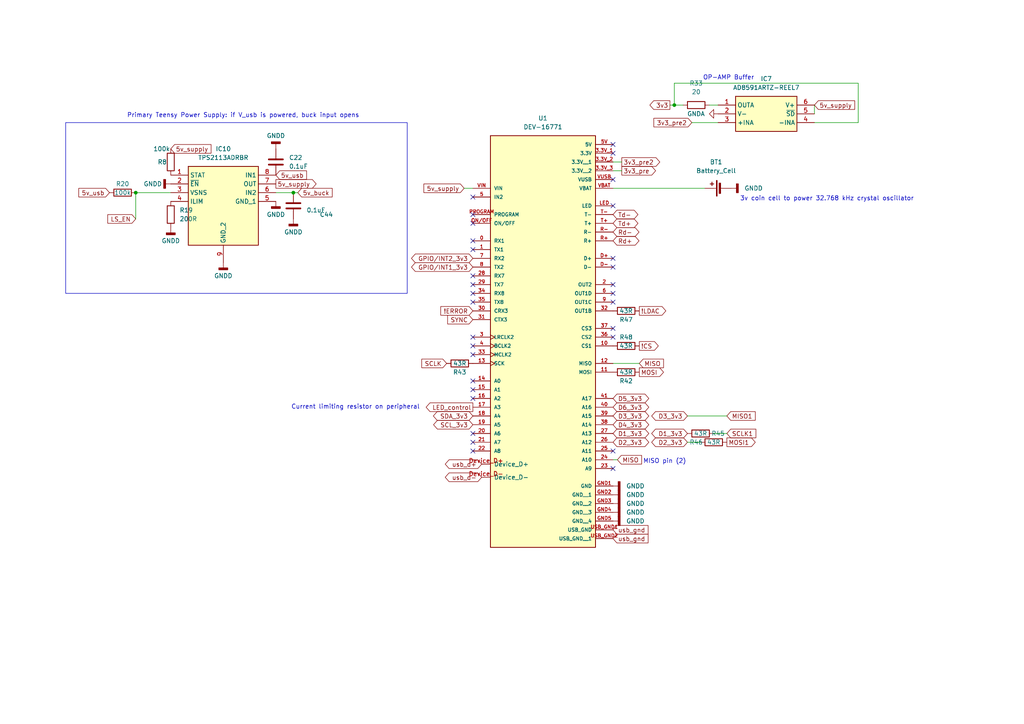
<source format=kicad_sch>
(kicad_sch (version 20231120) (generator "eeschema") (generator_version "8.0")
  (paper "A4")
  (lib_symbols
    (symbol "21xt_symbols:AD8591ARTZ-REEL7"
      (property "Reference" "IC" (at 24.13 7.62 0))
      (property "Value" "AD8591ARTZ-REEL7" (at 24.13 5.08 0))
      (symbol "AD8591ARTZ-REEL7_1_1"
        (rectangle (start 5.08 2.54) (end 22.86 -7.62) (stroke (width 0.254)) (fill (type background)))
        (pin passive line (at 0 0 0) (length 5.08) (name "OUTA") (number "1"))
        (pin passive line (at 0 -2.54 0) (length 5.08) (name "V-") (number "2"))
        (pin passive line (at 0 -5.08 0) (length 5.08) (name "+INA") (number "3"))
        (pin passive line (at 27.94 -5.08 180) (length 5.08) (name "-INA") (number "4"))
        (pin passive line (at 27.94 -2.54 180) (length 5.08) (name "~{SD}") (number "5"))
        (pin passive line (at 27.94 0 180) (length 5.08) (name "V+") (number "6"))
      )
    )
    (symbol "21xt_symbols:DEV-16771" (pin_names (offset 1.016))
      (property "Reference" "U1" (at 0 55.88 0))
      (property "Value" "DEV-16771" (at 0 53.34 0))
      (symbol "DEV-16771_0_0"
        (rectangle (start -15.24 50.8) (end 15.24 -68.58) (stroke (width 0.254)) (fill (type background)))
        (pin bidirectional line (at -20.32 20.32 0) (length 5.08) (name "RX1") (number "0"))
        (pin bidirectional line (at -20.32 17.78 0) (length 5.08) (name "TX1") (number "1"))
        (pin bidirectional line (at 20.32 -10.16 180) (length 5.08) (name "CS1") (number "10"))
        (pin bidirectional line (at 20.32 -17.78 180) (length 5.08) (name "MOSI") (number "11"))
        (pin bidirectional line (at 20.32 -15.24 180) (length 5.08) (name "MISO") (number "12"))
        (pin bidirectional clock (at -20.32 -15.24 0) (length 5.08) (name "SCK") (number "13"))
        (pin bidirectional line (at -20.32 -20.32 0) (length 5.08) (name "A0") (number "14"))
        (pin bidirectional line (at -20.32 -22.86 0) (length 5.08) (name "A1") (number "15"))
        (pin bidirectional line (at -20.32 -25.4 0) (length 5.08) (name "A2") (number "16"))
        (pin bidirectional line (at -20.32 -27.94 0) (length 5.08) (name "A3") (number "17"))
        (pin bidirectional line (at -20.32 -30.48 0) (length 5.08) (name "A4") (number "18"))
        (pin bidirectional line (at -20.32 -33.02 0) (length 5.08) (name "A5") (number "19"))
        (pin output line (at 20.32 7.62 180) (length 5.08) (name "OUT2") (number "2"))
        (pin bidirectional line (at -20.32 -35.56 0) (length 5.08) (name "A6") (number "20"))
        (pin bidirectional line (at -20.32 -38.1 0) (length 5.08) (name "A7") (number "21"))
        (pin bidirectional line (at -20.32 -40.64 0) (length 5.08) (name "A8") (number "22"))
        (pin bidirectional line (at 20.32 -45.72 180) (length 5.08) (name "A9") (number "23"))
        (pin bidirectional line (at 20.32 -43.18 180) (length 5.08) (name "A10") (number "24"))
        (pin bidirectional line (at 20.32 -40.64 180) (length 5.08) (name "A11") (number "25"))
        (pin bidirectional line (at 20.32 -38.1 180) (length 5.08) (name "A12") (number "26"))
        (pin bidirectional line (at 20.32 -35.56 180) (length 5.08) (name "A13") (number "27"))
        (pin bidirectional line (at -20.32 10.16 0) (length 5.08) (name "RX7") (number "28"))
        (pin bidirectional line (at -20.32 7.62 0) (length 5.08) (name "TX7") (number "29"))
        (pin bidirectional clock (at -20.32 -7.62 0) (length 5.08) (name "LRCLK2") (number "3"))
        (pin power_in line (at 20.32 45.72 180) (length 5.08) (name "3.3V") (number "3.3V_1"))
        (pin power_in line (at 20.32 43.18 180) (length 5.08) (name "3.3V__1") (number "3.3V_2"))
        (pin power_in line (at 20.32 40.64 180) (length 5.08) (name "3.3V__2") (number "3.3V_3"))
        (pin bidirectional line (at -20.32 0 0) (length 5.08) (name "CRX3") (number "30"))
        (pin bidirectional line (at -20.32 -2.54 0) (length 5.08) (name "CTX3") (number "31"))
        (pin output line (at 20.32 0 180) (length 5.08) (name "OUT1B") (number "32"))
        (pin bidirectional clock (at -20.32 -12.7 0) (length 5.08) (name "MCLK2") (number "33"))
        (pin bidirectional line (at -20.32 5.08 0) (length 5.08) (name "RX8") (number "34"))
        (pin bidirectional line (at -20.32 2.54 0) (length 5.08) (name "TX8") (number "35"))
        (pin bidirectional line (at 20.32 -7.62 180) (length 5.08) (name "CS2") (number "36"))
        (pin bidirectional line (at 20.32 -5.08 180) (length 5.08) (name "CS3") (number "37"))
        (pin bidirectional line (at 20.32 -33.02 180) (length 5.08) (name "A14") (number "38"))
        (pin bidirectional line (at 20.32 -30.48 180) (length 5.08) (name "A15") (number "39"))
        (pin bidirectional clock (at -20.32 -10.16 0) (length 5.08) (name "BCLK2") (number "4"))
        (pin bidirectional line (at 20.32 -27.94 180) (length 5.08) (name "A16") (number "40"))
        (pin bidirectional line (at 20.32 -25.4 180) (length 5.08) (name "A17") (number "41"))
        (pin bidirectional line (at -20.32 33.02 0) (length 5.08) (name "IN2") (number "5"))
        (pin power_in line (at 20.32 48.26 180) (length 5.08) (name "5V") (number "5V"))
        (pin output line (at 20.32 5.08 180) (length 5.08) (name "OUT1D") (number "6"))
        (pin bidirectional line (at -20.32 15.24 0) (length 5.08) (name "RX2") (number "7"))
        (pin bidirectional line (at -20.32 12.7 0) (length 5.08) (name "TX2") (number "8"))
        (pin output line (at 20.32 2.54 180) (length 5.08) (name "OUT1C") (number "9"))
        (pin bidirectional line (at 20.32 15.24 180) (length 5.08) (name "D+") (number "D+"))
        (pin bidirectional line (at 20.32 12.7 180) (length 5.08) (name "D-") (number "D-"))
        (pin power_in line (at 20.32 -50.8 180) (length 5.08) (name "GND") (number "GND1"))
        (pin power_in line (at 20.32 -53.34 180) (length 5.08) (name "GND__1") (number "GND2"))
        (pin power_in line (at 20.32 -55.88 180) (length 5.08) (name "GND__2") (number "GND3"))
        (pin power_in line (at 20.32 -58.42 180) (length 5.08) (name "GND__3") (number "GND4"))
        (pin power_in line (at 20.32 -60.96 180) (length 5.08) (name "GND__4") (number "GND5"))
        (pin bidirectional line (at 20.32 30.48 180) (length 5.08) (name "LED") (number "LED"))
        (pin bidirectional line (at -20.32 25.4 0) (length 5.08) (name "ON/OFF") (number "ON/OFF"))
        (pin bidirectional line (at -20.32 27.94 0) (length 5.08) (name "PROGRAM") (number "PROGRAM"))
        (pin bidirectional line (at 20.32 20.32 180) (length 5.08) (name "R+") (number "R+"))
        (pin bidirectional line (at 20.32 22.86 180) (length 5.08) (name "R-") (number "R-"))
        (pin bidirectional line (at 20.32 25.4 180) (length 5.08) (name "T+") (number "T+"))
        (pin bidirectional line (at 20.32 27.94 180) (length 5.08) (name "T-") (number "T-"))
        (pin power_in line (at 20.32 -63.5 180) (length 5.08) (name "USB_GND") (number "USB_GND1"))
        (pin power_in line (at 20.32 -66.04 180) (length 5.08) (name "USB_GND__1") (number "USB_GND2"))
        (pin passive line (at 20.32 35.56 180) (length 5.08) (name "VBAT") (number "VBAT"))
        (pin input line (at -20.32 35.56 0) (length 5.08) (name "VIN") (number "VIN"))
        (pin passive line (at 20.32 38.1 180) (length 5.08) (name "VUSB") (number "VUSB"))
      )
      (symbol "DEV-16771_1_1"
        (pin input line (at -17.78 -44.45 0) (length 2.54) (name "Device_D+") (number "Device_D+"))
        (pin input line (at -17.78 -48.26 0) (length 2.54) (name "Device_D-") (number "Device_D-"))
      )
    )
    (symbol "21xt_symbols:TPS2113ADRBR"
      (property "Reference" "IC" (at 26.67 7.62 0))
      (property "Value" "TPS2113ADRBR" (at 26.67 5.08 0))
      (symbol "TPS2113ADRBR_1_1"
        (rectangle (start 5.08 2.54) (end 25.4 -20.32) (stroke (width 0.254)) (fill (type background)))
        (pin passive line (at 0 0 0) (length 5.08) (name "STAT") (number "1"))
        (pin passive line (at 0 -2.54 0) (length 5.08) (name "~{EN}") (number "2"))
        (pin passive line (at 0 -5.08 0) (length 5.08) (name "VSNS") (number "3"))
        (pin passive line (at 0 -7.62 0) (length 5.08) (name "ILIM") (number "4"))
        (pin passive line (at 30.48 -7.62 180) (length 5.08) (name "GND_1") (number "5"))
        (pin passive line (at 30.48 -5.08 180) (length 5.08) (name "IN2") (number "6"))
        (pin passive line (at 30.48 -2.54 180) (length 5.08) (name "OUT") (number "7"))
        (pin passive line (at 30.48 0 180) (length 5.08) (name "IN1") (number "8"))
        (pin passive line (at 15.24 -25.4 90) (length 5.08) (name "GND_2") (number "9"))
      )
    )
    (symbol "Device:Battery_Cell" (pin_numbers hide) (pin_names (offset 0) hide)
      (property "Reference" "BT" (at 2.54 2.54 0))
      (property "Value" "Battery_Cell" (at 2.54 0 0))
      (symbol "Battery_Cell_0_1"
        (rectangle (start -2.286 1.778) (end 2.286 1.524) (fill (type outline)))
        (rectangle (start -1.524 1.016) (end 1.524 0.508) (fill (type outline)))
        (polyline (pts (xy 0 0.762) (xy 0 0)))
        (polyline (pts (xy 0 1.778) (xy 0 2.54)))
        (polyline (pts (xy 0.762 3.048) (xy 1.778 3.048)) (stroke (width 0.254)))
        (polyline (pts (xy 1.27 3.556) (xy 1.27 2.54)) (stroke (width 0.254)))
      )
      (symbol "Battery_Cell_1_1"
        (pin passive line (at 0 5.08 270) (length 2.54) (name "+") (number "1"))
        (pin passive line (at 0 -2.54 90) (length 2.54) (name "-") (number "2"))
      )
    )
    (symbol "Device:C" (pin_numbers hide) (pin_names (offset 0.254))
      (property "Reference" "C" (at 0.635 2.54 0))
      (property "Value" "C" (at 0.635 -2.54 0))
      (symbol "C_0_1"
        (polyline (pts (xy -2.032 -0.762) (xy 2.032 -0.762)) (stroke (width 0.508)))
        (polyline (pts (xy -2.032 0.762) (xy 2.032 0.762)) (stroke (width 0.508)))
      )
      (symbol "C_1_1"
        (pin passive line (at 0 3.81 270) (length 2.794) (name "~") (number "1"))
        (pin passive line (at 0 -3.81 90) (length 2.794) (name "~") (number "2"))
      )
    )
    (symbol "Device:R" (pin_numbers hide) (pin_names (offset 0))
      (property "Reference" "R" (at 2.032 0 90))
      (property "Value" "R" (at 0 0 90))
      (symbol "R_0_1"
        (rectangle (start -1.016 -2.54) (end 1.016 2.54) (stroke (width 0.254)))
      )
      (symbol "R_1_1"
        (pin passive line (at 0 3.81 270) (length 1.27) (name "~") (number "1"))
        (pin passive line (at 0 -3.81 90) (length 1.27) (name "~") (number "2"))
      )
    )
    (symbol "power:GNDA" (power) (pin_names (offset 0))
      (property "Value" "GNDA" (at 0 -3.81 0))
      (symbol "GNDA_0_1"
        (polyline (pts (xy 0 0) (xy 0 -1.27) (xy 1.27 -1.27) (xy 0 -2.54) (xy -1.27 -1.27) (xy 0 -1.27)))
      )
      (symbol "GNDA_1_1"
        (pin power_in line (at 0 0 270) (length 0) hide (name "GNDA") (number "1"))
      )
    )
    (symbol "power:GNDD" (power) (pin_names (offset 0))
      (property "Value" "GNDD" (at 0 -3.175 0))
      (symbol "GNDD_0_1"
        (rectangle (start -1.27 -1.524) (end 1.27 -2.032) (stroke (width 0.254)) (fill (type outline)))
        (polyline (pts (xy 0 0) (xy 0 -1.524)))
      )
      (symbol "GNDD_1_1"
        (pin power_in line (at 0 0 270) (length 0) hide (name "GNDD") (number "1"))
      )
    )
  )
  (junction (at 39.37 55.88))
  (junction (at 195.58 30.48))
  (junction (at 85.09 55.88))
  (no_connect (at 137.16 97.79))
  (no_connect (at 177.8 41.91))
  (no_connect (at 177.8 44.45))
  (no_connect (at 177.8 85.09))
  (no_connect (at 137.16 115.57))
  (no_connect (at 177.8 135.89))
  (no_connect (at 137.16 113.03))
  (no_connect (at 137.16 128.27))
  (no_connect (at 137.16 64.77))
  (no_connect (at 137.16 130.81))
  (no_connect (at 137.16 57.15))
  (no_connect (at 137.16 69.85))
  (no_connect (at 137.16 87.63))
  (no_connect (at 137.16 62.23))
  (no_connect (at 177.8 95.25))
  (no_connect (at 137.16 102.87))
  (no_connect (at 137.16 85.09))
  (no_connect (at 177.8 82.55))
  (no_connect (at 177.8 52.07))
  (no_connect (at 177.8 97.79))
  (no_connect (at 137.16 110.49))
  (no_connect (at 137.16 80.01))
  (no_connect (at 137.16 100.33))
  (no_connect (at 177.8 77.47))
  (no_connect (at 177.8 74.93))
  (no_connect (at 137.16 125.73))
  (no_connect (at 137.16 72.39))
  (no_connect (at 177.8 59.69))
  (no_connect (at 177.8 87.63))
  (no_connect (at 137.16 82.55))
  (no_connect (at 177.8 130.81))
  (wire (pts (xy 177.8 133.35) (xy 179.07 133.35)))
  (wire (pts (xy 203.2 128.27) (xy 199.39 128.27)))
  (wire (pts (xy 205.74 30.48) (xy 208.28 30.48)))
  (wire (pts (xy 86.36 55.88) (xy 85.09 55.88)))
  (wire (pts (xy 134.62 54.61) (xy 137.16 54.61)))
  (wire (pts (xy 248.92 35.56) (xy 248.92 24.13)))
  (wire (pts (xy 236.22 35.56) (xy 248.92 35.56)))
  (wire (pts (xy 236.22 30.48) (xy 236.22 33.02)))
  (wire (pts (xy 210.82 125.73) (xy 207.01 125.73)))
  (wire (pts (xy 180.34 49.53) (xy 177.8 49.53)))
  (wire (pts (xy 194.31 30.48) (xy 195.58 30.48)))
  (wire (pts (xy 85.09 55.88) (xy 80.01 55.88)))
  (wire (pts (xy 195.58 30.48) (xy 198.12 30.48)))
  (wire (pts (xy 39.37 55.88) (xy 39.37 63.5)))
  (wire (pts (xy 39.37 55.88) (xy 49.53 55.88)))
  (wire (pts (xy 195.58 24.13) (xy 195.58 30.48)))
  (wire (pts (xy 248.92 24.13) (xy 195.58 24.13)))
  (wire (pts (xy 177.8 46.99) (xy 180.34 46.99)))
  (wire (pts (xy 204.47 54.61) (xy 177.8 54.61)))
  (wire (pts (xy 199.39 120.65) (xy 210.82 120.65)))
  (wire (pts (xy 177.8 105.41) (xy 185.42 105.41)))
  (wire (pts (xy 200.66 35.56) (xy 208.28 35.56)))
  (rectangle (start 19.05 35.56) (end 118.11 85.09))
  (text "Primary Teensy Power Supply: if V_usb is powered, buck input opens" (at 36.83 34.29 0) (effects (font (size 1.27 1.27)) (justify left bottom)))
  (text "3v coin cell to power 32.768 kHz crystal oscillator" (at 214.63 58.42 0) (effects (font (size 1.27 1.27)) (justify left bottom)))
  (text "Current limiting resistor on peripheral" (at 103.124 118.11 0) (effects (font (size 1.27 1.27))))
  (text "MISO pin (2)" (at 192.786 133.858 0) (effects (font (size 1.27 1.27))))
  (text "i dont think these are the right connections for the usb grounding" (at 317.5 54.61 0) (effects (font (size 1.27 1.27)) (justify left bottom)))
  (text "OP-AMP Buffer" (at 211.328 22.606 0) (effects (font (size 1.27 1.27))))
  (global_label "5v_supply" (shape input) (at 134.62 54.61 180) (property "Intersheetrefs" "${INTERSHEET_REFS}" (effects (hide yes))))
  (global_label "D4_3v3" (shape bidirectional) (at 177.8 123.19 0) (property "Intersheetrefs" "${INTERSHEET_REFS}" (effects (hide yes))))
  (global_label "D2_3v3" (shape bidirectional) (at 199.39 128.27 180) (property "Intersheetrefs" "${INTERSHEET_REFS}" (effects (hide yes))))
  (global_label "MISO" (shape input) (at 185.42 105.41 0) (property "Intersheetrefs" "${INTERSHEET_REFS}" (effects (hide yes))))
  (global_label "GPIO{slash}INT1_3v3" (shape bidirectional) (at 137.16 77.47 180) (property "Intersheetrefs" "${INTERSHEET_REFS}" (effects (hide yes))))
  (global_label "SDA_3v3" (shape bidirectional) (at 137.16 120.65 180) (property "Intersheetrefs" "${INTERSHEET_REFS}" (effects (hide yes))))
  (global_label "3v3" (shape output) (at 194.31 30.48 180) (property "Intersheetrefs" "${INTERSHEET_REFS}" (effects (hide yes))))
  (global_label "LS_EN" (shape input) (at 39.37 63.5 180) (property "Intersheetrefs" "${INTERSHEET_REFS}" (effects (hide yes))))
  (global_label "MOSI" (shape output) (at 185.42 107.95 0) (property "Intersheetrefs" "${INTERSHEET_REFS}" (effects (hide yes))))
  (global_label "!CS" (shape output) (at 185.42 100.33 0) (property "Intersheetrefs" "${INTERSHEET_REFS}" (effects (hide yes))))
  (global_label "5v_usb" (shape input) (at 80.01 50.8 0) (property "Intersheetrefs" "${INTERSHEET_REFS}" (effects (hide yes))))
  (global_label "Td+" (shape bidirectional) (at 177.8 64.77 0) (property "Intersheetrefs" "${INTERSHEET_REFS}" (effects (hide yes))))
  (global_label "MISO" (shape input) (at 179.07 133.35 0) (property "Intersheetrefs" "${INTERSHEET_REFS}" (effects (hide yes))))
  (global_label "D1_3v3" (shape bidirectional) (at 199.39 125.73 180) (property "Intersheetrefs" "${INTERSHEET_REFS}" (effects (hide yes))))
  (global_label "usb_gnd" (shape input) (at 177.8 153.67 0) (property "Intersheetrefs" "${INTERSHEET_REFS}" (effects (hide yes))))
  (global_label "D3_3v3" (shape bidirectional) (at 199.39 120.65 180) (property "Intersheetrefs" "${INTERSHEET_REFS}" (effects (hide yes))))
  (global_label "!LDAC" (shape output) (at 185.42 90.17 0) (property "Intersheetrefs" "${INTERSHEET_REFS}" (effects (hide yes))))
  (global_label "SCLK" (shape input) (at 129.54 105.41 180) (property "Intersheetrefs" "${INTERSHEET_REFS}" (effects (hide yes))))
  (global_label "SCL_3v3" (shape bidirectional) (at 137.16 123.19 180) (property "Intersheetrefs" "${INTERSHEET_REFS}" (effects (hide yes))))
  (global_label "5v_buck" (shape input) (at 86.36 55.88 0) (property "Intersheetrefs" "${INTERSHEET_REFS}" (effects (hide yes))))
  (global_label "5v_supply" (shape output) (at 80.01 53.34 0) (property "Intersheetrefs" "${INTERSHEET_REFS}" (effects (hide yes))))
  (global_label "LED_control" (shape output) (at 137.16 118.11 180) (property "Intersheetrefs" "${INTERSHEET_REFS}" (effects (hide yes))))
  (global_label "usb_gnd" (shape input) (at 177.8 156.21 0) (property "Intersheetrefs" "${INTERSHEET_REFS}" (effects (hide yes))))
  (global_label "D3_3v3" (shape bidirectional) (at 177.8 120.65 0) (property "Intersheetrefs" "${INTERSHEET_REFS}" (effects (hide yes))))
  (global_label "!ERROR" (shape input) (at 137.16 90.17 180) (property "Intersheetrefs" "${INTERSHEET_REFS}" (effects (hide yes))))
  (global_label "usb_d-" (shape bidirectional) (at 139.7 138.43 180) (property "Intersheetrefs" "${INTERSHEET_REFS}" (effects (hide yes))))
  (global_label "D6_3v3" (shape bidirectional) (at 177.8 118.11 0) (property "Intersheetrefs" "${INTERSHEET_REFS}" (effects (hide yes))))
  (global_label "3v3_pre2" (shape output) (at 180.34 46.99 0) (property "Intersheetrefs" "${INTERSHEET_REFS}" (effects (hide yes))))
  (global_label "5v_usb" (shape input) (at 31.75 55.88 180) (property "Intersheetrefs" "${INTERSHEET_REFS}" (effects (hide yes))))
  (global_label "Td-" (shape bidirectional) (at 177.8 62.23 0) (property "Intersheetrefs" "${INTERSHEET_REFS}" (effects (hide yes))))
  (global_label "GPIO{slash}INT2_3v3" (shape bidirectional) (at 137.16 74.93 180) (property "Intersheetrefs" "${INTERSHEET_REFS}" (effects (hide yes))))
  (global_label "Rd+" (shape bidirectional) (at 177.8 69.85 0) (property "Intersheetrefs" "${INTERSHEET_REFS}" (effects (hide yes))))
  (global_label "SYNC" (shape input) (at 137.16 92.71 180) (property "Intersheetrefs" "${INTERSHEET_REFS}" (effects (hide yes))))
  (global_label "MOSI1" (shape output) (at 210.82 128.27 0) (property "Intersheetrefs" "${INTERSHEET_REFS}" (effects (hide yes))))
  (global_label "Rd-" (shape bidirectional) (at 177.8 67.31 0) (property "Intersheetrefs" "${INTERSHEET_REFS}" (effects (hide yes))))
  (global_label "SCLK1" (shape input) (at 210.82 125.73 0) (property "Intersheetrefs" "${INTERSHEET_REFS}" (effects (hide yes))))
  (global_label "5v_supply" (shape input) (at 49.53 43.18 0) (property "Intersheetrefs" "${INTERSHEET_REFS}" (effects (hide yes))))
  (global_label "5v_supply" (shape input) (at 236.22 30.48 0) (property "Intersheetrefs" "${INTERSHEET_REFS}" (effects (hide yes))))
  (global_label "3v3_pre" (shape output) (at 180.34 49.53 0) (property "Intersheetrefs" "${INTERSHEET_REFS}" (effects (hide yes))))
  (global_label "D2_3v3" (shape bidirectional) (at 177.8 128.27 0) (property "Intersheetrefs" "${INTERSHEET_REFS}" (effects (hide yes))))
  (global_label "3v3_pre2" (shape input) (at 200.66 35.56 180) (property "Intersheetrefs" "${INTERSHEET_REFS}" (effects (hide yes))))
  (global_label "D1_3v3" (shape bidirectional) (at 177.8 125.73 0) (property "Intersheetrefs" "${INTERSHEET_REFS}" (effects (hide yes))))
  (global_label "usb_d+" (shape bidirectional) (at 139.7 134.62 180) (property "Intersheetrefs" "${INTERSHEET_REFS}" (effects (hide yes))))
  (global_label "D5_3v3" (shape bidirectional) (at 177.8 115.57 0) (property "Intersheetrefs" "${INTERSHEET_REFS}" (effects (hide yes))))
  (global_label "MISO1" (shape input) (at 210.82 120.65 0) (property "Intersheetrefs" "${INTERSHEET_REFS}" (effects (hide yes))))
  (symbol (lib_id "power:GNDD") (at 177.8 151.13 90) (unit 1)
    (property "Reference" "#PWR014" (effects (hide yes)))
    (property "Value" "GNDD" (at 181.61 151.13 90) (effects (justify right)))
  )
  (symbol (lib_id "Device:C") (at 80.01 46.99 0) (unit 1)
    (property "Reference" "C22" (at 83.82 45.72 0) (effects (justify left)))
    (property "Value" "0.1uF" (at 83.82 48.26 0) (effects (justify left)))
    (property "Footprint" "Capacitor_SMD:C_0402_1005Metric" (effects (hide yes)))
  )
  (symbol (lib_id "Device:R") (at 181.61 90.17 270) (mirror x) (unit 1)
    (property "Reference" "R47" (at 181.61 92.71 90))
    (property "Value" "43R" (at 181.61 90.17 90))
    (property "Footprint" "Resistor_SMD:R_0402_1005Metric" (effects (hide yes)))
  )
  (symbol (lib_id "21xt_symbols:TPS2113ADRBR") (at 49.53 50.8 0) (unit 1)
    (property "Reference" "IC10" (at 64.77 43.18 0))
    (property "Value" "TPS2113ADRBR" (at 64.77 45.72 0))
    (property "Footprint" "21xt_footprints:TPS2113ADRBR" (effects (hide yes)))
    (property "Datasheet" "https://www.ti.com/lit/gpn/TPS2113A" (effects (hide yes)))
    (property "Height" "1" (effects (hide yes)))
    (property "Mouser Part Number" "595-TPS2113ADRBR" (effects (hide yes)))
    (property "Mouser Price/Stock" "https://www.mouser.co.uk/ProductDetail/Texas-Instruments/TPS2113ADRBR?qs=g%2FrhRe7LVpRsXhRevikZ7Q%3D%3D" (effects (hide yes)))
    (property "Manufacturer_Name" "Texas Instruments" (effects (hide yes)))
    (property "Manufacturer_Part_Number" "TPS2113ADRBR" (effects (hide yes)))
  )
  (symbol (lib_id "power:GNDD") (at 177.8 148.59 90) (unit 1)
    (property "Reference" "#PWR092" (effects (hide yes)))
    (property "Value" "GNDD" (at 181.61 148.59 90) (effects (justify right)))
  )
  (symbol (lib_id "power:GNDD") (at 177.8 143.51 90) (unit 1)
    (property "Reference" "#PWR094" (effects (hide yes)))
    (property "Value" "GNDD" (at 181.61 143.51 90) (effects (justify right)))
  )
  (symbol (lib_id "power:GNDD") (at 85.09 63.5 0) (unit 1)
    (property "Reference" "#PWR067" (effects (hide yes)))
    (property "Value" "GNDD" (at 85.09 67.31 0))
  )
  (symbol (lib_id "power:GNDD") (at 80.01 43.18 180) (unit 1)
    (property "Reference" "#PWR029" (effects (hide yes)))
    (property "Value" "GNDD" (at 80.01 39.37 0))
  )
  (symbol (lib_id "Device:R") (at 201.93 30.48 90) (unit 1)
    (property "Reference" "R33" (at 201.93 24.13 90))
    (property "Value" "20" (at 201.93 26.67 90))
    (property "Footprint" "Resistor_SMD:R_0402_1005Metric" (effects (hide yes)))
    (property "Description" "Resistor" (effects (hide yes)))
  )
  (symbol (lib_id "power:GNDD") (at 80.01 58.42 0) (unit 1)
    (property "Reference" "#PWR012" (effects (hide yes)))
    (property "Value" "GNDD" (at 80.01 62.23 0))
  )
  (symbol (lib_id "Device:R") (at 181.61 100.33 90) (unit 1)
    (property "Reference" "R48" (at 181.61 97.79 90))
    (property "Value" "43R" (at 181.61 100.33 90))
    (property "Footprint" "Resistor_SMD:R_0402_1005Metric" (effects (hide yes)))
  )
  (symbol (lib_id "power:GNDD") (at 64.77 76.2 0) (unit 1)
    (property "Reference" "#PWR017" (effects (hide yes)))
    (property "Value" "GNDD" (at 64.77 80.01 0))
  )
  (symbol (lib_id "Device:R") (at 35.56 55.88 270) (unit 1)
    (property "Reference" "R20" (at 35.56 53.34 90))
    (property "Value" "100k" (at 35.56 55.88 90))
    (property "Footprint" "Resistor_SMD:R_0402_1005Metric" (effects (hide yes)))
  )
  (symbol (lib_id "Device:R") (at 207.01 128.27 90) (unit 1)
    (property "Reference" "R46" (at 201.93 128.27 90))
    (property "Value" "43R" (at 207.01 128.27 90))
    (property "Footprint" "Resistor_SMD:R_0402_1005Metric" (effects (hide yes)))
  )
  (symbol (lib_id "power:GNDD") (at 49.53 53.34 270) (unit 1)
    (property "Reference" "#PWR069" (effects (hide yes)))
    (property "Value" "GNDD" (at 46.99 53.34 90) (effects (justify right)))
  )
  (symbol (lib_id "21xt_symbols:DEV-16771") (at 157.48 90.17 0) (unit 1)
    (property "Reference" "U1" (at 157.48 34.29 0))
    (property "Value" "DEV-16771" (at 157.48 36.83 0))
    (property "Footprint" "21xt_footprints:MODULE_DEV-16771" (effects (hide yes)))
    (property "PARTREV" "4.1" (effects (hide yes)))
    (property "MANUFACTURER" "SparkFun Electronics" (effects (hide yes)))
    (property "MAXIMUM_PACKAGE_HEIGHT" "4.07mm" (effects (hide yes)))
    (property "STANDARD" "Manufacturer recommendations" (effects (hide yes)))
  )
  (symbol (lib_id "power:GNDD") (at 212.09 54.61 90) (unit 1)
    (property "Reference" "#PWR039" (effects (hide yes)))
    (property "Value" "GNDD" (at 215.9 54.61 90) (effects (justify right)))
  )
  (symbol (lib_id "Device:R") (at 181.61 107.95 90) (unit 1)
    (property "Reference" "R42" (at 181.61 110.49 90))
    (property "Value" "43R" (at 181.61 107.95 90))
    (property "Footprint" "Resistor_SMD:R_0402_1005Metric" (effects (hide yes)))
  )
  (symbol (lib_id "power:GNDD") (at 177.8 140.97 90) (unit 1)
    (property "Reference" "#PWR095" (effects (hide yes)))
    (property "Value" "GNDD" (at 181.61 140.97 90) (effects (justify right)))
  )
  (symbol (lib_id "power:GNDD") (at 49.53 66.04 0) (unit 1)
    (property "Reference" "#PWR013" (effects (hide yes)))
    (property "Value" "GNDD" (at 49.53 69.85 0))
  )
  (symbol (lib_id "Device:C") (at 85.09 59.69 0) (unit 1)
    (property "Reference" "C44" (at 92.71 62.23 0) (effects (justify left)))
    (property "Value" "0.1uF" (at 88.9 60.96 0) (effects (justify left)))
    (property "Footprint" "Capacitor_SMD:C_0402_1005Metric" (effects (hide yes)))
  )
  (symbol (lib_id "power:GNDD") (at 177.8 146.05 90) (unit 1)
    (property "Reference" "#PWR093" (effects (hide yes)))
    (property "Value" "GNDD" (at 181.61 146.05 90) (effects (justify right)))
  )
  (symbol (lib_id "Device:Battery_Cell") (at 209.55 54.61 90) (unit 1)
    (property "Reference" "BT1" (at 207.7085 46.99 90))
    (property "Value" "Battery_Cell" (at 207.7085 49.53 90))
    (property "Footprint" "21xt_footprints:1220 holder" (effects (hide yes)))
  )
  (symbol (lib_id "Device:R") (at 133.35 105.41 90) (unit 1)
    (property "Reference" "R43" (at 133.35 107.95 90))
    (property "Value" "43R" (at 133.35 105.41 90))
    (property "Footprint" "Resistor_SMD:R_0402_1005Metric" (effects (hide yes)))
  )
  (symbol (lib_id "Device:R") (at 49.53 62.23 0) (unit 1)
    (property "Reference" "R19" (at 52.07 60.96 0) (effects (justify left)))
    (property "Value" "200R" (at 52.07 63.5 0) (effects (justify left)))
    (property "Footprint" "Resistor_SMD:R_0402_1005Metric" (effects (hide yes)))
  )
  (symbol (lib_id "Device:R") (at 49.53 46.99 0) (unit 1)
    (property "Reference" "R8" (at 45.72 46.99 0) (effects (justify left)))
    (property "Value" "100k" (at 44.45 43.18 0) (effects (justify left)))
    (property "Footprint" "Resistor_SMD:R_0402_1005Metric" (effects (hide yes)))
  )
  (symbol (lib_id "21xt_symbols:AD8591ARTZ-REEL7") (at 208.28 30.48 0) (unit 1)
    (property "Reference" "IC7" (at 222.25 22.86 0))
    (property "Value" "AD8591ARTZ-REEL7" (at 222.25 25.4 0))
    (property "Footprint" "21xt_footprints:SOT95P280X145-6N" (effects (hide yes)))
    (property "Datasheet" "https://ms.componentsearchengine.com/Datasheets/2/AD8591ARTZ-REEL7.pdf" (effects (hide yes)))
    (property "Description" "AD8591ARTZ-REEL7 Analog Devices, Precision, Op Amp, RRIO, 3MHz 1 MHz, 2.5  6 V, 6-Pin SOT-23 CMOS Single-Supply, Rail-to-Rail Input/Output Operational Amplifiers with Shutdown" (effects (hide yes)))
    (property "Height" "1.45" (effects (hide yes)))
    (property "Mouser Part Number" "584-AD8591ARTZ-R7" (effects (hide yes)))
    (property "Mouser Price/Stock" "https://www.mouser.co.uk/ProductDetail/Analog-Devices/AD8591ARTZ-REEL7?qs=%2FtpEQrCGXCzQDNVfr2%252Bf9g%3D%3D" (effects (hide yes)))
    (property "Manufacturer_Name" "Analog Devices" (effects (hide yes)))
    (property "Manufacturer_Part_Number" "AD8591ARTZ-REEL7" (effects (hide yes)))
  )
  (symbol (lib_id "power:GNDA") (at 208.28 33.02 270) (unit 1)
    (property "Reference" "#PWR0107" (effects (hide yes)))
    (property "Value" "GNDA" (at 204.47 33.0199 90) (effects (justify right)))
  )
  (symbol (lib_id "Device:R") (at 203.2 125.73 90) (unit 1)
    (property "Reference" "R45" (at 208.28 125.73 90))
    (property "Value" "43R" (at 203.2 125.73 90))
    (property "Footprint" "Resistor_SMD:R_0402_1005Metric" (effects (hide yes)))
  )
)
</source>
